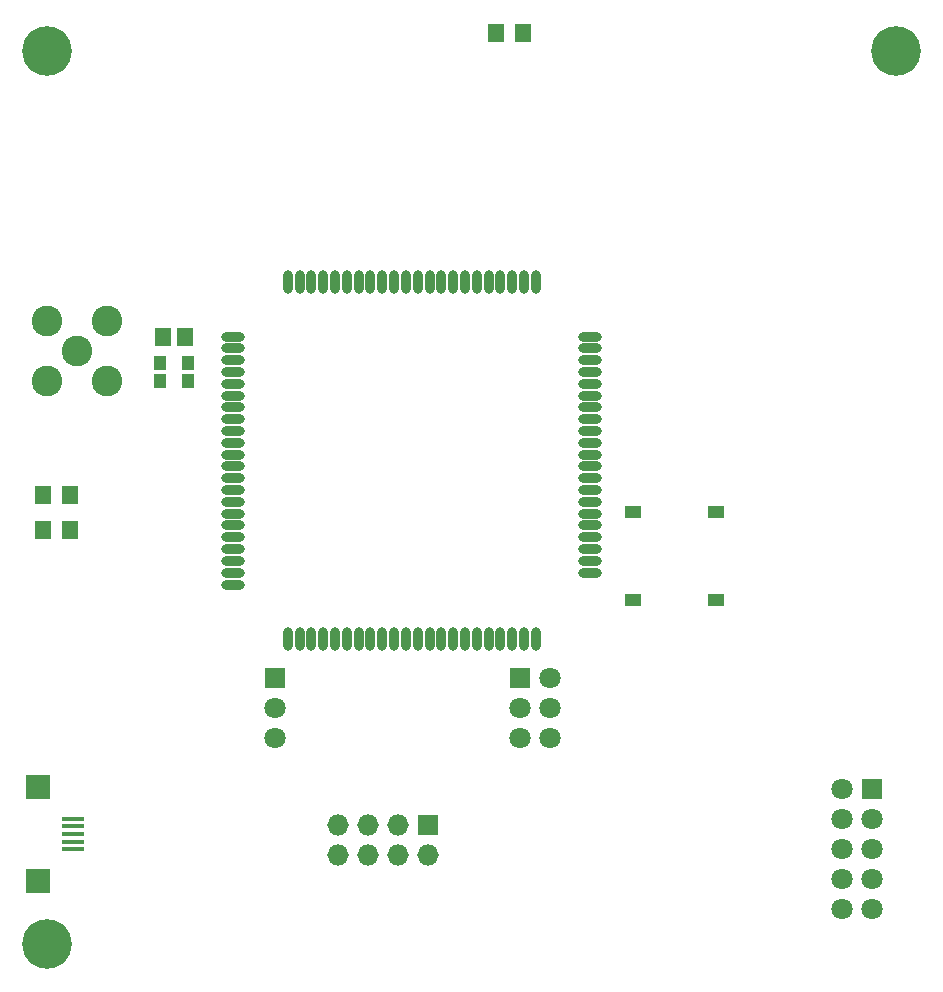
<source format=gts>
G04 Layer_Color=8388736*
%FSTAX24Y24*%
%MOIN*%
G70*
G01*
G75*
%ADD61R,0.0580X0.0630*%
%ADD62R,0.0434X0.0454*%
%ADD63R,0.0552X0.0631*%
%ADD64O,0.0316X0.0789*%
%ADD65O,0.0789X0.0316*%
%ADD66R,0.0552X0.0395*%
%ADD67R,0.0780X0.0180*%
%ADD68R,0.0828X0.0828*%
%ADD69C,0.0710*%
%ADD70R,0.0710X0.0710*%
%ADD71C,0.1655*%
%ADD72C,0.1025*%
%ADD73O,0.0714X0.0710*%
%ADD74R,0.0714X0.0710*%
D61*
X0276Y046D02*
D03*
X0267D02*
D03*
X0125Y0306D02*
D03*
X0116D02*
D03*
X0125Y02945D02*
D03*
X0116D02*
D03*
D62*
X015493Y034405D02*
D03*
Y034995D02*
D03*
X01645Y034405D02*
D03*
Y034995D02*
D03*
D63*
X016347Y035876D02*
D03*
X015599D02*
D03*
D64*
X019766Y025805D02*
D03*
X028034D02*
D03*
Y037695D02*
D03*
X019766D02*
D03*
X02764Y025805D02*
D03*
X027246D02*
D03*
X026853D02*
D03*
X026459D02*
D03*
X026065D02*
D03*
X025672D02*
D03*
X025278D02*
D03*
X024884D02*
D03*
X024491D02*
D03*
X024097D02*
D03*
X023703D02*
D03*
X023309D02*
D03*
X022916D02*
D03*
X022522D02*
D03*
X022128D02*
D03*
X021735D02*
D03*
X021341D02*
D03*
X020947D02*
D03*
X020554D02*
D03*
X02016D02*
D03*
Y037695D02*
D03*
X020554D02*
D03*
X020947D02*
D03*
X021341D02*
D03*
X021735D02*
D03*
X022128D02*
D03*
X022522D02*
D03*
X022916D02*
D03*
X023309D02*
D03*
X023703D02*
D03*
X024097D02*
D03*
X024491D02*
D03*
X024884D02*
D03*
X025278D02*
D03*
X025672D02*
D03*
X026065D02*
D03*
X026459D02*
D03*
X026853D02*
D03*
X027246D02*
D03*
X02764D02*
D03*
D65*
X017955Y027616D02*
D03*
Y035884D02*
D03*
X029845D02*
D03*
X017955Y02801D02*
D03*
Y028404D02*
D03*
Y028797D02*
D03*
Y029191D02*
D03*
Y029585D02*
D03*
Y029978D02*
D03*
Y030372D02*
D03*
Y030766D02*
D03*
Y031159D02*
D03*
Y031553D02*
D03*
Y031947D02*
D03*
Y032341D02*
D03*
Y032734D02*
D03*
Y033128D02*
D03*
Y033522D02*
D03*
Y033915D02*
D03*
Y034309D02*
D03*
Y034703D02*
D03*
Y035096D02*
D03*
Y03549D02*
D03*
X029845D02*
D03*
Y035096D02*
D03*
Y034703D02*
D03*
Y034309D02*
D03*
Y033915D02*
D03*
Y033522D02*
D03*
Y033128D02*
D03*
Y032734D02*
D03*
Y032341D02*
D03*
Y031947D02*
D03*
Y031553D02*
D03*
Y031159D02*
D03*
Y030766D02*
D03*
Y030372D02*
D03*
Y029978D02*
D03*
Y029585D02*
D03*
Y029191D02*
D03*
Y028797D02*
D03*
Y028404D02*
D03*
Y02801D02*
D03*
D66*
X031272Y0271D02*
D03*
X034028D02*
D03*
X031272Y03005D02*
D03*
X034028D02*
D03*
D67*
X0126Y019818D02*
D03*
Y019562D02*
D03*
Y019306D02*
D03*
Y01905D02*
D03*
Y018806D02*
D03*
D68*
X011432Y020861D02*
D03*
Y017751D02*
D03*
D69*
X03825Y0208D02*
D03*
Y0198D02*
D03*
Y0188D02*
D03*
Y0178D02*
D03*
Y0168D02*
D03*
X03925D02*
D03*
Y0178D02*
D03*
Y0188D02*
D03*
Y0198D02*
D03*
X0275Y0225D02*
D03*
Y0235D02*
D03*
X0285Y0225D02*
D03*
Y0235D02*
D03*
Y0245D02*
D03*
X01935Y0235D02*
D03*
Y0225D02*
D03*
D70*
X03925Y0208D02*
D03*
X0275Y0245D02*
D03*
X01935D02*
D03*
D71*
X04005Y0454D02*
D03*
X01175Y01565D02*
D03*
Y0454D02*
D03*
D72*
X01275Y0354D02*
D03*
X01375Y0364D02*
D03*
Y0344D02*
D03*
X01175D02*
D03*
Y0364D02*
D03*
D73*
X02445Y0186D02*
D03*
X02345D02*
D03*
X02245D02*
D03*
X02145D02*
D03*
Y0196D02*
D03*
X02245D02*
D03*
X02345D02*
D03*
D74*
X02445D02*
D03*
M02*

</source>
